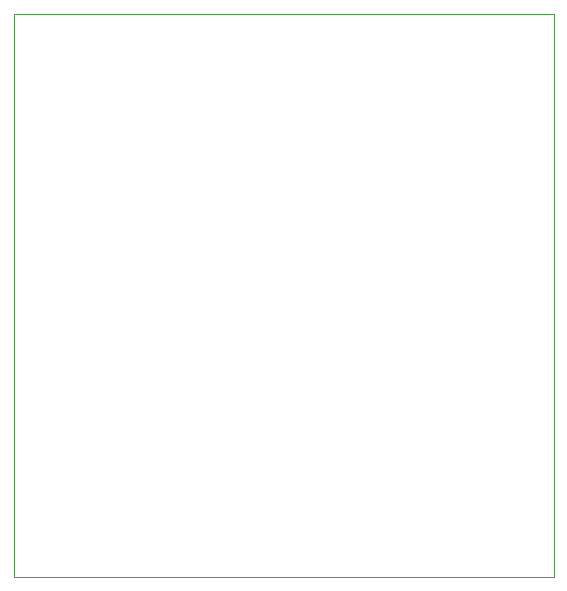
<source format=gbr>
%TF.GenerationSoftware,KiCad,Pcbnew,5.1.10*%
%TF.CreationDate,2021-10-29T02:28:02-05:00*%
%TF.ProjectId,evan_atmega32u4,6576616e-5f61-4746-9d65-676133327534,rev?*%
%TF.SameCoordinates,Original*%
%TF.FileFunction,Profile,NP*%
%FSLAX46Y46*%
G04 Gerber Fmt 4.6, Leading zero omitted, Abs format (unit mm)*
G04 Created by KiCad (PCBNEW 5.1.10) date 2021-10-29 02:28:02*
%MOMM*%
%LPD*%
G01*
G04 APERTURE LIST*
%TA.AperFunction,Profile*%
%ADD10C,0.050000*%
%TD*%
G04 APERTURE END LIST*
D10*
X201295000Y-53340000D02*
X155575000Y-53340000D01*
X201295000Y-100965000D02*
X201295000Y-53340000D01*
X155575000Y-100965000D02*
X201295000Y-100965000D01*
X155575000Y-53340000D02*
X155575000Y-100965000D01*
M02*

</source>
